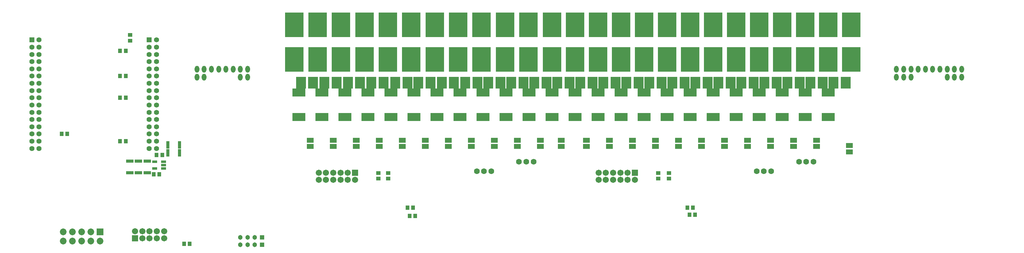
<source format=gbs>
G04*
G04 #@! TF.GenerationSoftware,Altium Limited,Altium Designer,19.0.4 (130)*
G04*
G04 Layer_Color=16711935*
%FSAX25Y25*%
%MOIN*%
G70*
G01*
G75*
%ADD59R,0.07400X0.05200*%
%ADD60R,0.04600X0.04300*%
%ADD61R,0.04300X0.04600*%
%ADD63R,0.04000X0.04700*%
%ADD71R,0.03241X0.07965*%
%ADD72R,0.07965X0.03241*%
%ADD79C,0.06706*%
%ADD80R,0.06706X0.06706*%
%ADD81C,0.06312*%
%ADD82C,0.00394*%
%ADD83O,0.05118X0.07394*%
%ADD84C,0.07296*%
%ADD85R,0.07296X0.07296*%
%ADD86C,0.05131*%
%ADD87R,0.05131X0.05131*%
%ADD88C,0.05591*%
%ADD89R,0.05591X0.05591*%
%ADD137R,0.10500X0.12611*%
%ADD138R,0.20485X0.26520*%
%ADD139R,0.05328X0.03162*%
%ADD140R,0.14300X0.08800*%
D59*
X0330000Y0125708D02*
D03*
Y0119024D02*
D03*
X0355000D02*
D03*
Y0125708D02*
D03*
X0380000D02*
D03*
Y0119024D02*
D03*
X0405000D02*
D03*
Y0125708D02*
D03*
X0430000D02*
D03*
Y0119024D02*
D03*
X0455000D02*
D03*
Y0125708D02*
D03*
X0480000D02*
D03*
Y0119024D02*
D03*
X0505000D02*
D03*
Y0125708D02*
D03*
X0530000D02*
D03*
Y0119024D02*
D03*
X0555000D02*
D03*
Y0125708D02*
D03*
X0580000D02*
D03*
Y0119024D02*
D03*
X0602500D02*
D03*
Y0125708D02*
D03*
X0630000D02*
D03*
Y0119024D02*
D03*
X0655000D02*
D03*
Y0125708D02*
D03*
X0680000D02*
D03*
Y0119024D02*
D03*
X0705000D02*
D03*
Y0125708D02*
D03*
X0730000D02*
D03*
Y0119024D02*
D03*
X0755000D02*
D03*
Y0125708D02*
D03*
X0780000D02*
D03*
Y0119024D02*
D03*
X0805000D02*
D03*
Y0125708D02*
D03*
X0830000D02*
D03*
Y0119024D02*
D03*
X0855000D02*
D03*
Y0125708D02*
D03*
X0880000D02*
D03*
Y0119024D02*
D03*
X0915500Y0113158D02*
D03*
Y0119842D02*
D03*
D60*
X0719500Y0090100D02*
D03*
Y0083900D02*
D03*
X0708000Y0083950D02*
D03*
Y0090150D02*
D03*
X0404000Y0090100D02*
D03*
Y0083900D02*
D03*
X0134300Y0234000D02*
D03*
Y0240200D02*
D03*
X0414500Y0083868D02*
D03*
Y0090068D02*
D03*
D61*
X0741900Y0044511D02*
D03*
X0748100D02*
D03*
X0444100Y0043500D02*
D03*
X0437900D02*
D03*
X0739500Y0052500D02*
D03*
X0745700D02*
D03*
X0441700D02*
D03*
X0435500D02*
D03*
X0123400Y0124638D02*
D03*
X0129600D02*
D03*
X0066100Y0132512D02*
D03*
X0059900D02*
D03*
X0123400Y0223063D02*
D03*
X0129600D02*
D03*
Y0195567D02*
D03*
X0123400D02*
D03*
X0169333Y0109766D02*
D03*
X0163133D02*
D03*
X0192850Y0013100D02*
D03*
X0199050D02*
D03*
X0123400Y0171882D02*
D03*
X0129600D02*
D03*
D63*
X0159856Y0088595D02*
D03*
X0166156D02*
D03*
D71*
X0187844Y0120600D02*
D03*
X0175245D02*
D03*
Y0112000D02*
D03*
X0187844D02*
D03*
D72*
X0143360Y0090449D02*
D03*
Y0103047D02*
D03*
X0134000D02*
D03*
Y0090449D02*
D03*
X0153000D02*
D03*
Y0103047D02*
D03*
D79*
X0171234Y0026800D02*
D03*
Y0018926D02*
D03*
X0163360Y0026800D02*
D03*
Y0018926D02*
D03*
X0155486Y0026800D02*
D03*
Y0018926D02*
D03*
X0147612Y0026800D02*
D03*
Y0018926D02*
D03*
X0139737Y0026800D02*
D03*
X0643252Y0082626D02*
D03*
Y0090500D02*
D03*
X0651126Y0082626D02*
D03*
Y0090500D02*
D03*
X0659000Y0082626D02*
D03*
Y0090500D02*
D03*
X0666874Y0082626D02*
D03*
Y0090500D02*
D03*
X0674748Y0082626D02*
D03*
Y0090500D02*
D03*
X0682622Y0082626D02*
D03*
X0339252D02*
D03*
Y0090500D02*
D03*
X0347126Y0082626D02*
D03*
Y0090500D02*
D03*
X0355000Y0082626D02*
D03*
Y0090500D02*
D03*
X0362874Y0082626D02*
D03*
Y0090500D02*
D03*
X0370748Y0082626D02*
D03*
Y0090500D02*
D03*
X0378622Y0082626D02*
D03*
D80*
X0139737Y0018926D02*
D03*
X0682622Y0090500D02*
D03*
X0378622D02*
D03*
D81*
X0860892Y0102366D02*
D03*
X0868766D02*
D03*
X0876640D02*
D03*
X0814863Y0092000D02*
D03*
X0822737D02*
D03*
X0830611D02*
D03*
X0510863D02*
D03*
X0518737D02*
D03*
X0526611D02*
D03*
X0556778Y0102366D02*
D03*
X0564652D02*
D03*
X0572526D02*
D03*
D82*
X0273216Y0199366D02*
D03*
X0195657D02*
D03*
X1048882Y0199366D02*
D03*
X0955575D02*
D03*
X1078740Y0019685D02*
D03*
X1078740Y0271654D02*
D03*
X0019685Y0019685D02*
D03*
Y0271654D02*
D03*
D83*
X0261996Y0194248D02*
D03*
X0254122D02*
D03*
X0214752D02*
D03*
X0206878D02*
D03*
Y0202909D02*
D03*
X0214752D02*
D03*
X0222626D02*
D03*
X0230500D02*
D03*
X0238374D02*
D03*
X0246248D02*
D03*
X0254122D02*
D03*
X0261996D02*
D03*
X0966795Y0194248D02*
D03*
X0982543D02*
D03*
X0974669D02*
D03*
X0966795Y0202909D02*
D03*
X0974669D02*
D03*
X0982543D02*
D03*
X0998291D02*
D03*
X0990417D02*
D03*
X1014039D02*
D03*
X1006165D02*
D03*
X1037661D02*
D03*
X1029787D02*
D03*
X1021913D02*
D03*
X1029787Y0194248D02*
D03*
X1037661D02*
D03*
X1021913D02*
D03*
D84*
X0061700Y0016000D02*
D03*
Y0026000D02*
D03*
X0071700Y0016000D02*
D03*
Y0026000D02*
D03*
X0081700Y0016000D02*
D03*
Y0026000D02*
D03*
X0091700Y0016000D02*
D03*
Y0026000D02*
D03*
X0101700Y0016000D02*
D03*
D85*
Y0026000D02*
D03*
D86*
X0253986Y0020000D02*
D03*
X0261860D02*
D03*
X0269734D02*
D03*
X0253986Y0012126D02*
D03*
X0261860D02*
D03*
X0269734D02*
D03*
D87*
X0277608Y0020000D02*
D03*
Y0012126D02*
D03*
D88*
X0027500Y0116764D02*
D03*
Y0124638D02*
D03*
Y0132512D02*
D03*
Y0140386D02*
D03*
Y0148260D02*
D03*
Y0156134D02*
D03*
Y0164008D02*
D03*
Y0171882D02*
D03*
Y0179756D02*
D03*
Y0187630D02*
D03*
Y0195504D02*
D03*
Y0203378D02*
D03*
Y0211252D02*
D03*
Y0219126D02*
D03*
Y0227000D02*
D03*
X0035374Y0116764D02*
D03*
Y0124638D02*
D03*
Y0132512D02*
D03*
Y0140386D02*
D03*
Y0148260D02*
D03*
Y0156134D02*
D03*
Y0164008D02*
D03*
Y0171882D02*
D03*
Y0179756D02*
D03*
Y0187630D02*
D03*
Y0195504D02*
D03*
Y0203378D02*
D03*
Y0211252D02*
D03*
Y0219126D02*
D03*
Y0227000D02*
D03*
Y0234874D02*
D03*
X0162874D02*
D03*
Y0227000D02*
D03*
Y0219126D02*
D03*
Y0211252D02*
D03*
Y0203378D02*
D03*
Y0195504D02*
D03*
Y0187630D02*
D03*
Y0179756D02*
D03*
Y0171882D02*
D03*
Y0164008D02*
D03*
Y0156134D02*
D03*
Y0148260D02*
D03*
Y0140386D02*
D03*
Y0132512D02*
D03*
Y0124638D02*
D03*
Y0116764D02*
D03*
X0155000Y0227000D02*
D03*
Y0219126D02*
D03*
Y0211252D02*
D03*
Y0203378D02*
D03*
Y0195504D02*
D03*
Y0187630D02*
D03*
Y0179756D02*
D03*
Y0171882D02*
D03*
Y0164008D02*
D03*
Y0156134D02*
D03*
Y0148260D02*
D03*
Y0140386D02*
D03*
Y0132512D02*
D03*
Y0124638D02*
D03*
Y0116764D02*
D03*
D89*
X0027500Y0234874D02*
D03*
X0155000D02*
D03*
D137*
X0333115Y0188500D02*
D03*
X0319885D02*
D03*
X0345385D02*
D03*
X0358615D02*
D03*
X0384115D02*
D03*
X0370885D02*
D03*
X0396385D02*
D03*
X0409615D02*
D03*
X0435615D02*
D03*
X0422385D02*
D03*
X0447385D02*
D03*
X0460615D02*
D03*
X0486115D02*
D03*
X0472885D02*
D03*
X0498385D02*
D03*
X0511615D02*
D03*
X0536615D02*
D03*
X0523385D02*
D03*
X0548385D02*
D03*
X0561615D02*
D03*
X0586615D02*
D03*
X0573385D02*
D03*
X0598385D02*
D03*
X0611615D02*
D03*
X0636615D02*
D03*
X0623385D02*
D03*
X0648385D02*
D03*
X0661615D02*
D03*
X0686615D02*
D03*
X0673385D02*
D03*
X0698385D02*
D03*
X0711615D02*
D03*
X0736615D02*
D03*
X0723385D02*
D03*
X0748385D02*
D03*
X0761615D02*
D03*
X0786615D02*
D03*
X0773385D02*
D03*
X0798385D02*
D03*
X0811615D02*
D03*
X0836615D02*
D03*
X0823385D02*
D03*
X0848385D02*
D03*
X0861615D02*
D03*
X0886615D02*
D03*
X0873385D02*
D03*
X0898385D02*
D03*
X0911615D02*
D03*
D138*
X0312500Y0251202D02*
D03*
Y0213798D02*
D03*
X0337954D02*
D03*
Y0251202D02*
D03*
X0363409D02*
D03*
Y0213798D02*
D03*
X0388864D02*
D03*
Y0251202D02*
D03*
X0414318D02*
D03*
Y0213798D02*
D03*
X0439773D02*
D03*
Y0251202D02*
D03*
X0465227D02*
D03*
Y0213798D02*
D03*
X0490682D02*
D03*
Y0251202D02*
D03*
X0516136D02*
D03*
Y0213798D02*
D03*
X0541591D02*
D03*
Y0251202D02*
D03*
X0567045D02*
D03*
Y0213798D02*
D03*
X0592500D02*
D03*
Y0251202D02*
D03*
X0617500D02*
D03*
Y0213798D02*
D03*
X0642500D02*
D03*
Y0251202D02*
D03*
X0667500D02*
D03*
Y0213798D02*
D03*
X0692500D02*
D03*
Y0251202D02*
D03*
X0717500D02*
D03*
Y0213798D02*
D03*
X0742500D02*
D03*
Y0251202D02*
D03*
X0767500D02*
D03*
Y0213798D02*
D03*
X0792500D02*
D03*
Y0251202D02*
D03*
X0817500D02*
D03*
Y0213798D02*
D03*
X0842500D02*
D03*
Y0251202D02*
D03*
X0867500D02*
D03*
Y0213798D02*
D03*
X0892500D02*
D03*
Y0251202D02*
D03*
X0917500D02*
D03*
Y0213798D02*
D03*
D139*
X0170761Y0102480D02*
D03*
Y0098740D02*
D03*
Y0095000D02*
D03*
X0160919D02*
D03*
Y0102480D02*
D03*
D140*
X0892500Y0151016D02*
D03*
Y0177717D02*
D03*
X0867500D02*
D03*
Y0151016D02*
D03*
X0842500D02*
D03*
Y0177717D02*
D03*
X0817500D02*
D03*
Y0151016D02*
D03*
X0792500D02*
D03*
Y0177717D02*
D03*
X0767500D02*
D03*
Y0151016D02*
D03*
X0742500D02*
D03*
Y0177717D02*
D03*
X0717500D02*
D03*
Y0151016D02*
D03*
X0692500D02*
D03*
Y0177717D02*
D03*
X0667500D02*
D03*
Y0151016D02*
D03*
X0642500D02*
D03*
Y0177717D02*
D03*
X0617500D02*
D03*
Y0151016D02*
D03*
X0592500D02*
D03*
Y0177717D02*
D03*
X0567500D02*
D03*
Y0151016D02*
D03*
X0542500D02*
D03*
Y0177717D02*
D03*
X0517500D02*
D03*
Y0151016D02*
D03*
X0492500D02*
D03*
Y0177717D02*
D03*
X0467500D02*
D03*
Y0151016D02*
D03*
X0442500D02*
D03*
Y0177717D02*
D03*
X0417500D02*
D03*
Y0151016D02*
D03*
X0392500D02*
D03*
Y0177717D02*
D03*
X0367500D02*
D03*
Y0151016D02*
D03*
X0342524Y0151039D02*
D03*
Y0177740D02*
D03*
X0317500Y0177717D02*
D03*
Y0151016D02*
D03*
M02*

</source>
